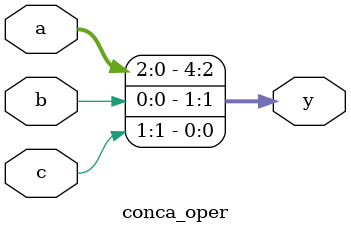
<source format=v>
`timescale 1ns / 1ps

module conca_oper(
  input [2:0] a,
  input [1:0] b,
  input [3:0] c,
  output [4:0] y
);
  assign y = {a, b[0], c[1]};
  
endmodule



</source>
